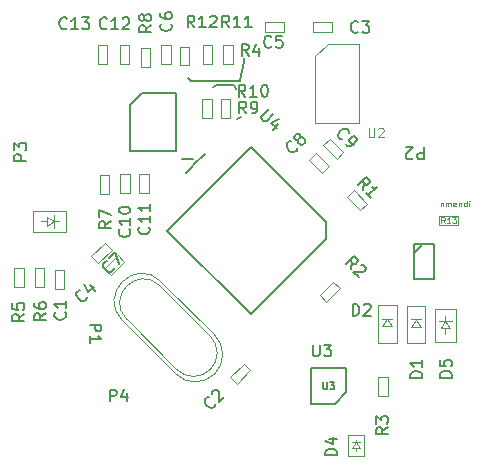
<source format=gbr>
G04 #@! TF.FileFunction,Other,Fab,Top*
%FSLAX46Y46*%
G04 Gerber Fmt 4.6, Leading zero omitted, Abs format (unit mm)*
G04 Created by KiCad (PCBNEW 4.0.4-stable) date 06/04/17 23:31:50*
%MOMM*%
%LPD*%
G01*
G04 APERTURE LIST*
%ADD10C,0.100000*%
%ADD11C,0.200000*%
%ADD12C,0.150000*%
%ADD13C,0.120000*%
%ADD14C,0.075000*%
G04 APERTURE END LIST*
D10*
X49053810Y-174372857D02*
X49053810Y-174706190D01*
X49053810Y-174420476D02*
X49077619Y-174396667D01*
X49125238Y-174372857D01*
X49196667Y-174372857D01*
X49244286Y-174396667D01*
X49268095Y-174444286D01*
X49268095Y-174706190D01*
X49506191Y-174706190D02*
X49506191Y-174372857D01*
X49506191Y-174420476D02*
X49530000Y-174396667D01*
X49577619Y-174372857D01*
X49649048Y-174372857D01*
X49696667Y-174396667D01*
X49720476Y-174444286D01*
X49720476Y-174706190D01*
X49720476Y-174444286D02*
X49744286Y-174396667D01*
X49791905Y-174372857D01*
X49863333Y-174372857D01*
X49910953Y-174396667D01*
X49934762Y-174444286D01*
X49934762Y-174706190D01*
X50363334Y-174682381D02*
X50315715Y-174706190D01*
X50220477Y-174706190D01*
X50172858Y-174682381D01*
X50149048Y-174634762D01*
X50149048Y-174444286D01*
X50172858Y-174396667D01*
X50220477Y-174372857D01*
X50315715Y-174372857D01*
X50363334Y-174396667D01*
X50387143Y-174444286D01*
X50387143Y-174491905D01*
X50149048Y-174539524D01*
X50601429Y-174372857D02*
X50601429Y-174706190D01*
X50601429Y-174420476D02*
X50625238Y-174396667D01*
X50672857Y-174372857D01*
X50744286Y-174372857D01*
X50791905Y-174396667D01*
X50815714Y-174444286D01*
X50815714Y-174706190D01*
X51268095Y-174706190D02*
X51268095Y-174206190D01*
X51268095Y-174682381D02*
X51220476Y-174706190D01*
X51125238Y-174706190D01*
X51077619Y-174682381D01*
X51053810Y-174658571D01*
X51030000Y-174610952D01*
X51030000Y-174468095D01*
X51053810Y-174420476D01*
X51077619Y-174396667D01*
X51125238Y-174372857D01*
X51220476Y-174372857D01*
X51268095Y-174396667D01*
X51506191Y-174706190D02*
X51506191Y-174372857D01*
X51506191Y-174206190D02*
X51482381Y-174230000D01*
X51506191Y-174253810D01*
X51530000Y-174230000D01*
X51506191Y-174206190D01*
X51506191Y-174253810D01*
D11*
X30130000Y-164440000D02*
X29810000Y-164610000D01*
X31570000Y-164440000D02*
X30130000Y-164440000D01*
X31730000Y-164770000D02*
X31570000Y-164440000D01*
X32130000Y-167090000D02*
X31790000Y-167320000D01*
X32400000Y-162440000D02*
X32450000Y-162110000D01*
X27940000Y-164090000D02*
X32040000Y-164080000D01*
X32070000Y-164040000D02*
X32390000Y-162460000D01*
D12*
X47638095Y-169697619D02*
X47638095Y-170697619D01*
X47257142Y-170697619D01*
X47161904Y-170650000D01*
X47114285Y-170602381D01*
X47066666Y-170507143D01*
X47066666Y-170364286D01*
X47114285Y-170269048D01*
X47161904Y-170221429D01*
X47257142Y-170173810D01*
X47638095Y-170173810D01*
X46685714Y-170602381D02*
X46638095Y-170650000D01*
X46542857Y-170697619D01*
X46304761Y-170697619D01*
X46209523Y-170650000D01*
X46161904Y-170602381D01*
X46114285Y-170507143D01*
X46114285Y-170411905D01*
X46161904Y-170269048D01*
X46733333Y-169697619D01*
X46114285Y-169697619D01*
X38238095Y-186402381D02*
X38238095Y-187211905D01*
X38285714Y-187307143D01*
X38333333Y-187354762D01*
X38428571Y-187402381D01*
X38619048Y-187402381D01*
X38714286Y-187354762D01*
X38761905Y-187307143D01*
X38809524Y-187211905D01*
X38809524Y-186402381D01*
X39190476Y-186402381D02*
X39809524Y-186402381D01*
X39476190Y-186783333D01*
X39619048Y-186783333D01*
X39714286Y-186830952D01*
X39761905Y-186878571D01*
X39809524Y-186973810D01*
X39809524Y-187211905D01*
X39761905Y-187307143D01*
X39714286Y-187354762D01*
X39619048Y-187402381D01*
X39333333Y-187402381D01*
X39238095Y-187354762D01*
X39190476Y-187307143D01*
X40302381Y-195788095D02*
X39302381Y-195788095D01*
X39302381Y-195550000D01*
X39350000Y-195407142D01*
X39445238Y-195311904D01*
X39540476Y-195264285D01*
X39730952Y-195216666D01*
X39873810Y-195216666D01*
X40064286Y-195264285D01*
X40159524Y-195311904D01*
X40254762Y-195407142D01*
X40302381Y-195550000D01*
X40302381Y-195788095D01*
X39635714Y-194359523D02*
X40302381Y-194359523D01*
X39254762Y-194597619D02*
X39969048Y-194835714D01*
X39969048Y-194216666D01*
X13972381Y-170838095D02*
X12972381Y-170838095D01*
X12972381Y-170457142D01*
X13020000Y-170361904D01*
X13067619Y-170314285D01*
X13162857Y-170266666D01*
X13305714Y-170266666D01*
X13400952Y-170314285D01*
X13448571Y-170361904D01*
X13496190Y-170457142D01*
X13496190Y-170838095D01*
X12972381Y-169933333D02*
X12972381Y-169314285D01*
X13353333Y-169647619D01*
X13353333Y-169504761D01*
X13400952Y-169409523D01*
X13448571Y-169361904D01*
X13543810Y-169314285D01*
X13781905Y-169314285D01*
X13877143Y-169361904D01*
X13924762Y-169409523D01*
X13972381Y-169504761D01*
X13972381Y-169790476D01*
X13924762Y-169885714D01*
X13877143Y-169933333D01*
X19347619Y-184711905D02*
X20347619Y-184711905D01*
X20347619Y-185092858D01*
X20300000Y-185188096D01*
X20252381Y-185235715D01*
X20157143Y-185283334D01*
X20014286Y-185283334D01*
X19919048Y-185235715D01*
X19871429Y-185188096D01*
X19823810Y-185092858D01*
X19823810Y-184711905D01*
X19347619Y-186235715D02*
X19347619Y-185664286D01*
X19347619Y-185950000D02*
X20347619Y-185950000D01*
X20204762Y-185854762D01*
X20109524Y-185759524D01*
X20061905Y-185664286D01*
X21061905Y-191202381D02*
X21061905Y-190202381D01*
X21442858Y-190202381D01*
X21538096Y-190250000D01*
X21585715Y-190297619D01*
X21633334Y-190392857D01*
X21633334Y-190535714D01*
X21585715Y-190630952D01*
X21538096Y-190678571D01*
X21442858Y-190726190D01*
X21061905Y-190726190D01*
X22490477Y-190535714D02*
X22490477Y-191202381D01*
X22252381Y-190154762D02*
X22014286Y-190869048D01*
X22633334Y-190869048D01*
X50002381Y-189188095D02*
X49002381Y-189188095D01*
X49002381Y-188950000D01*
X49050000Y-188807142D01*
X49145238Y-188711904D01*
X49240476Y-188664285D01*
X49430952Y-188616666D01*
X49573810Y-188616666D01*
X49764286Y-188664285D01*
X49859524Y-188711904D01*
X49954762Y-188807142D01*
X50002381Y-188950000D01*
X50002381Y-189188095D01*
X49002381Y-187711904D02*
X49002381Y-188188095D01*
X49478571Y-188235714D01*
X49430952Y-188188095D01*
X49383333Y-188092857D01*
X49383333Y-187854761D01*
X49430952Y-187759523D01*
X49478571Y-187711904D01*
X49573810Y-187664285D01*
X49811905Y-187664285D01*
X49907143Y-187711904D01*
X49954762Y-187759523D01*
X50002381Y-187854761D01*
X50002381Y-188092857D01*
X49954762Y-188188095D01*
X49907143Y-188235714D01*
X47502381Y-189238095D02*
X46502381Y-189238095D01*
X46502381Y-189000000D01*
X46550000Y-188857142D01*
X46645238Y-188761904D01*
X46740476Y-188714285D01*
X46930952Y-188666666D01*
X47073810Y-188666666D01*
X47264286Y-188714285D01*
X47359524Y-188761904D01*
X47454762Y-188857142D01*
X47502381Y-189000000D01*
X47502381Y-189238095D01*
X47502381Y-187714285D02*
X47502381Y-188285714D01*
X47502381Y-188000000D02*
X46502381Y-188000000D01*
X46645238Y-188095238D01*
X46740476Y-188190476D01*
X46788095Y-188285714D01*
X41611905Y-183952381D02*
X41611905Y-182952381D01*
X41850000Y-182952381D01*
X41992858Y-183000000D01*
X42088096Y-183095238D01*
X42135715Y-183190476D01*
X42183334Y-183380952D01*
X42183334Y-183523810D01*
X42135715Y-183714286D01*
X42088096Y-183809524D01*
X41992858Y-183904762D01*
X41850000Y-183952381D01*
X41611905Y-183952381D01*
X42564286Y-183047619D02*
X42611905Y-183000000D01*
X42707143Y-182952381D01*
X42945239Y-182952381D01*
X43040477Y-183000000D01*
X43088096Y-183047619D01*
X43135715Y-183142857D01*
X43135715Y-183238095D01*
X43088096Y-183380952D01*
X42516667Y-183952381D01*
X43135715Y-183952381D01*
D11*
X27900000Y-164050000D02*
X27675000Y-163825000D01*
X28107640Y-171262040D02*
X27467560Y-171902120D01*
X28072080Y-170695620D02*
X27160220Y-170695620D01*
X28130500Y-171234100D02*
X29075380Y-170289220D01*
D12*
X39361101Y-177470787D02*
X32997140Y-183834748D01*
X32997140Y-183834748D02*
X25926072Y-176763680D01*
X25926072Y-176763680D02*
X32997140Y-169692612D01*
X32997140Y-169692612D02*
X39361101Y-176056573D01*
X39361101Y-176056573D02*
X39361101Y-177470787D01*
D10*
X47380000Y-184245000D02*
X46580000Y-184245000D01*
X46980000Y-184295000D02*
X47380000Y-184895000D01*
X46580000Y-184895000D02*
X46980000Y-184295000D01*
X47380000Y-184895000D02*
X46580000Y-184895000D01*
X46180000Y-186295000D02*
X46180000Y-183095000D01*
X47780000Y-186295000D02*
X46180000Y-186295000D01*
X47780000Y-183095000D02*
X47780000Y-186295000D01*
X46180000Y-183095000D02*
X47780000Y-183095000D01*
X29931424Y-185593378D02*
G75*
G02X26643378Y-188881424I-1644023J-1644023D01*
G01*
X25405942Y-181067895D02*
G75*
G03X22117894Y-184355941I-1644024J-1644023D01*
G01*
X29560194Y-185681767D02*
G75*
G02X26731766Y-188510193I-1414214J-1414213D01*
G01*
X25317552Y-181439125D02*
G75*
G03X22489126Y-184267553I-1414213J-1414214D01*
G01*
X26643378Y-188881424D02*
X22117894Y-184355941D01*
X29931424Y-185593378D02*
X25405941Y-181067894D01*
X26731766Y-188510193D02*
X22489126Y-184267553D01*
X29560193Y-185681766D02*
X25317553Y-181439126D01*
D11*
X47460000Y-177975000D02*
X46860000Y-178575000D01*
X46847500Y-177925000D02*
X48472500Y-177925000D01*
X46847500Y-180825000D02*
X46847500Y-177925000D01*
X48472500Y-180825000D02*
X46847500Y-180825000D01*
X48472500Y-177925000D02*
X48472500Y-180825000D01*
D10*
X49470000Y-185005000D02*
X49470000Y-185505000D01*
X49070000Y-185005000D02*
X49470000Y-184405000D01*
X49870000Y-185005000D02*
X49070000Y-185005000D01*
X49470000Y-184405000D02*
X49870000Y-185005000D01*
X49470000Y-184405000D02*
X48920000Y-184405000D01*
X49470000Y-184405000D02*
X50020000Y-184405000D01*
X49470000Y-184005000D02*
X49470000Y-184405000D01*
X48570000Y-183355000D02*
X50370000Y-183355000D01*
X48570000Y-186155000D02*
X48570000Y-183355000D01*
X50370000Y-186155000D02*
X48570000Y-186155000D01*
X50370000Y-183355000D02*
X50370000Y-186155000D01*
X17176840Y-181678240D02*
X16376840Y-181678240D01*
X17176840Y-180078240D02*
X17176840Y-181678240D01*
X16376840Y-180078240D02*
X17176840Y-180078240D01*
X16376840Y-181678240D02*
X16376840Y-180078240D01*
X31812597Y-189717848D02*
X31246912Y-189152163D01*
X32943968Y-188586477D02*
X31812597Y-189717848D01*
X32378283Y-188020792D02*
X32943968Y-188586477D01*
X31246912Y-189152163D02*
X32378283Y-188020792D01*
X38289000Y-159896000D02*
X38289000Y-159096000D01*
X39889000Y-159896000D02*
X38289000Y-159896000D01*
X39889000Y-159096000D02*
X39889000Y-159896000D01*
X38289000Y-159096000D02*
X39889000Y-159096000D01*
X21707843Y-178851472D02*
X22273528Y-179417157D01*
X20576472Y-179982843D02*
X21707843Y-178851472D01*
X21142157Y-180548528D02*
X20576472Y-179982843D01*
X22273528Y-179417157D02*
X21142157Y-180548528D01*
X34225000Y-159896000D02*
X34225000Y-159096000D01*
X35825000Y-159896000D02*
X34225000Y-159896000D01*
X35825000Y-159096000D02*
X35825000Y-159896000D01*
X34225000Y-159096000D02*
X35825000Y-159096000D01*
X20067157Y-179498528D02*
X19501472Y-178932843D01*
X21198528Y-178367157D02*
X20067157Y-179498528D01*
X20632843Y-177801472D02*
X21198528Y-178367157D01*
X19501472Y-178932843D02*
X20632843Y-177801472D01*
X37919632Y-170733917D02*
X38485317Y-170168232D01*
X39051003Y-171865288D02*
X37919632Y-170733917D01*
X39616688Y-171299603D02*
X39051003Y-171865288D01*
X38485317Y-170168232D02*
X39616688Y-171299603D01*
X39119632Y-169533917D02*
X39685317Y-168968232D01*
X40251003Y-170665288D02*
X39119632Y-169533917D01*
X40816688Y-170099603D02*
X40251003Y-170665288D01*
X39685317Y-168968232D02*
X40816688Y-170099603D01*
X21920000Y-171935000D02*
X22720000Y-171935000D01*
X21920000Y-173535000D02*
X21920000Y-171935000D01*
X22720000Y-173535000D02*
X21920000Y-173535000D01*
X22720000Y-171935000D02*
X22720000Y-173535000D01*
X22675000Y-162675000D02*
X21875000Y-162675000D01*
X22675000Y-161075000D02*
X22675000Y-162675000D01*
X21875000Y-161075000D02*
X22675000Y-161075000D01*
X21875000Y-162675000D02*
X21875000Y-161075000D01*
X20825000Y-162650000D02*
X20025000Y-162650000D01*
X20825000Y-161050000D02*
X20825000Y-162650000D01*
X20025000Y-161050000D02*
X20825000Y-161050000D01*
X20025000Y-162650000D02*
X20025000Y-161050000D01*
X41141472Y-173912157D02*
X41707157Y-173346472D01*
X42272843Y-175043528D02*
X41141472Y-173912157D01*
X42838528Y-174477843D02*
X42272843Y-175043528D01*
X41707157Y-173346472D02*
X42838528Y-174477843D01*
X39385317Y-182765288D02*
X38819632Y-182199603D01*
X40516688Y-181633917D02*
X39385317Y-182765288D01*
X39951003Y-181068232D02*
X40516688Y-181633917D01*
X38819632Y-182199603D02*
X39951003Y-181068232D01*
X44570000Y-190785000D02*
X43770000Y-190785000D01*
X44570000Y-189185000D02*
X44570000Y-190785000D01*
X43770000Y-189185000D02*
X44570000Y-189185000D01*
X43770000Y-190785000D02*
X43770000Y-189185000D01*
X27768160Y-162766760D02*
X26968160Y-162766760D01*
X27768160Y-161166760D02*
X27768160Y-162766760D01*
X26968160Y-161166760D02*
X27768160Y-161166760D01*
X26968160Y-162766760D02*
X26968160Y-161166760D01*
X13746840Y-181518240D02*
X12946840Y-181518240D01*
X13746840Y-179918240D02*
X13746840Y-181518240D01*
X12946840Y-179918240D02*
X13746840Y-179918240D01*
X12946840Y-181518240D02*
X12946840Y-179918240D01*
X14696840Y-179918240D02*
X15496840Y-179918240D01*
X14696840Y-181518240D02*
X14696840Y-179918240D01*
X15496840Y-181518240D02*
X14696840Y-181518240D01*
X15496840Y-179918240D02*
X15496840Y-181518240D01*
X21000000Y-173635000D02*
X20200000Y-173635000D01*
X21000000Y-172035000D02*
X21000000Y-173635000D01*
X20200000Y-172035000D02*
X21000000Y-172035000D01*
X20200000Y-173635000D02*
X20200000Y-172035000D01*
X23668160Y-161266760D02*
X24468160Y-161266760D01*
X23668160Y-162866760D02*
X23668160Y-161266760D01*
X24468160Y-162866760D02*
X23668160Y-162866760D01*
X24468160Y-161266760D02*
X24468160Y-162866760D01*
X29675000Y-167200000D02*
X28875000Y-167200000D01*
X29675000Y-165600000D02*
X29675000Y-167200000D01*
X28875000Y-165600000D02*
X29675000Y-165600000D01*
X28875000Y-167200000D02*
X28875000Y-165600000D01*
X31261000Y-167205560D02*
X30461000Y-167205560D01*
X31261000Y-165605560D02*
X31261000Y-167205560D01*
X30461000Y-165605560D02*
X31261000Y-165605560D01*
X30461000Y-167205560D02*
X30461000Y-165605560D01*
X30668160Y-161016760D02*
X31468160Y-161016760D01*
X30668160Y-162616760D02*
X30668160Y-161016760D01*
X31468160Y-162616760D02*
X30668160Y-162616760D01*
X31468160Y-161016760D02*
X31468160Y-162616760D01*
X29718160Y-162616760D02*
X28918160Y-162616760D01*
X29718160Y-161016760D02*
X29718160Y-162616760D01*
X28918160Y-161016760D02*
X29718160Y-161016760D01*
X28918160Y-162616760D02*
X28918160Y-161016760D01*
D12*
X23774360Y-165136660D02*
X26674360Y-165136660D01*
X26674360Y-165136660D02*
X26674360Y-170036660D01*
X26674360Y-170036660D02*
X22774360Y-170036660D01*
X22774360Y-170036660D02*
X22774360Y-166136660D01*
X22774360Y-166136660D02*
X23774360Y-165136660D01*
D10*
X26218160Y-162616760D02*
X25418160Y-162616760D01*
X26218160Y-161016760D02*
X26218160Y-162616760D01*
X25418160Y-161016760D02*
X26218160Y-161016760D01*
X25418160Y-162616760D02*
X25418160Y-161016760D01*
X23560000Y-171945000D02*
X24360000Y-171945000D01*
X23560000Y-173545000D02*
X23560000Y-171945000D01*
X24360000Y-173545000D02*
X23560000Y-173545000D01*
X24360000Y-171945000D02*
X24360000Y-173545000D01*
X44940000Y-184195000D02*
X44140000Y-184195000D01*
X44540000Y-184245000D02*
X44940000Y-184845000D01*
X44140000Y-184845000D02*
X44540000Y-184245000D01*
X44940000Y-184845000D02*
X44140000Y-184845000D01*
X43740000Y-186245000D02*
X43740000Y-183045000D01*
X45340000Y-186245000D02*
X43740000Y-186245000D01*
X45340000Y-183045000D02*
X45340000Y-186245000D01*
X43740000Y-183045000D02*
X45340000Y-183045000D01*
X15730000Y-175955000D02*
X15230000Y-175955000D01*
X15730000Y-175555000D02*
X16330000Y-175955000D01*
X15730000Y-176355000D02*
X15730000Y-175555000D01*
X16330000Y-175955000D02*
X15730000Y-176355000D01*
X16330000Y-175955000D02*
X16330000Y-175405000D01*
X16330000Y-175955000D02*
X16330000Y-176505000D01*
X16730000Y-175955000D02*
X16330000Y-175955000D01*
X17380000Y-175055000D02*
X17380000Y-176855000D01*
X14580000Y-175055000D02*
X17380000Y-175055000D01*
X14580000Y-176855000D02*
X14580000Y-175055000D01*
X17380000Y-176855000D02*
X14580000Y-176855000D01*
X38452180Y-161971960D02*
X39502180Y-160921960D01*
X38452180Y-161971960D02*
X38452180Y-167621960D01*
X39502180Y-160921960D02*
X42152180Y-160921960D01*
X38452180Y-167621960D02*
X42152180Y-167621960D01*
X42152180Y-160921960D02*
X42152180Y-167621960D01*
X41910000Y-195155000D02*
X41910000Y-195405000D01*
X41560000Y-195155000D02*
X41910000Y-194655000D01*
X42260000Y-195155000D02*
X41560000Y-195155000D01*
X41910000Y-194655000D02*
X42260000Y-195155000D01*
X41910000Y-194655000D02*
X41910000Y-194455000D01*
X42260000Y-194655000D02*
X41560000Y-194655000D01*
X41210000Y-194055000D02*
X42610000Y-194055000D01*
X41210000Y-195855000D02*
X41210000Y-194055000D01*
X42610000Y-195855000D02*
X41210000Y-195855000D01*
X42610000Y-194055000D02*
X42610000Y-195855000D01*
D12*
X40080000Y-191405000D02*
X38080000Y-191405000D01*
X38080000Y-191405000D02*
X38080000Y-188405000D01*
X38080000Y-188405000D02*
X41080000Y-188405000D01*
X41080000Y-188405000D02*
X41080000Y-190405000D01*
X41080000Y-190405000D02*
X40080000Y-191405000D01*
D10*
X48940000Y-176280000D02*
X48940000Y-175480000D01*
X50540000Y-176280000D02*
X48940000Y-176280000D01*
X50540000Y-175480000D02*
X50540000Y-176280000D01*
X48940000Y-175480000D02*
X50540000Y-175480000D01*
D12*
X34498477Y-166464027D02*
X33926057Y-167036447D01*
X33892385Y-167137462D01*
X33892385Y-167204805D01*
X33926057Y-167305820D01*
X34060745Y-167440508D01*
X34161760Y-167474180D01*
X34229103Y-167474180D01*
X34330118Y-167440508D01*
X34902538Y-166868088D01*
X35306600Y-167743553D02*
X34835195Y-168214958D01*
X35407614Y-167305820D02*
X34734179Y-167642538D01*
X35171912Y-168080271D01*
X17257143Y-183666666D02*
X17304762Y-183714285D01*
X17352381Y-183857142D01*
X17352381Y-183952380D01*
X17304762Y-184095238D01*
X17209524Y-184190476D01*
X17114286Y-184238095D01*
X16923810Y-184285714D01*
X16780952Y-184285714D01*
X16590476Y-184238095D01*
X16495238Y-184190476D01*
X16400000Y-184095238D01*
X16352381Y-183952380D01*
X16352381Y-183857142D01*
X16400000Y-183714285D01*
X16447619Y-183666666D01*
X17352381Y-182714285D02*
X17352381Y-183285714D01*
X17352381Y-183000000D02*
X16352381Y-183000000D01*
X16495238Y-183095238D01*
X16590476Y-183190476D01*
X16638095Y-183285714D01*
X29984688Y-191420389D02*
X29984688Y-191487732D01*
X29917344Y-191622419D01*
X29850001Y-191689763D01*
X29715313Y-191757107D01*
X29580626Y-191757107D01*
X29479611Y-191723435D01*
X29311253Y-191622420D01*
X29210237Y-191521404D01*
X29109222Y-191353045D01*
X29075550Y-191252030D01*
X29075550Y-191117343D01*
X29142894Y-190982656D01*
X29210237Y-190915312D01*
X29344924Y-190847969D01*
X29412268Y-190847969D01*
X29681641Y-190578595D02*
X29681641Y-190511252D01*
X29715313Y-190410237D01*
X29883672Y-190241877D01*
X29984688Y-190208206D01*
X30052031Y-190208206D01*
X30153046Y-190241877D01*
X30220390Y-190309221D01*
X30287733Y-190443908D01*
X30287733Y-191252030D01*
X30725466Y-190814297D01*
X42083334Y-159907143D02*
X42035715Y-159954762D01*
X41892858Y-160002381D01*
X41797620Y-160002381D01*
X41654762Y-159954762D01*
X41559524Y-159859524D01*
X41511905Y-159764286D01*
X41464286Y-159573810D01*
X41464286Y-159430952D01*
X41511905Y-159240476D01*
X41559524Y-159145238D01*
X41654762Y-159050000D01*
X41797620Y-159002381D01*
X41892858Y-159002381D01*
X42035715Y-159050000D01*
X42083334Y-159097619D01*
X42416667Y-159002381D02*
X43035715Y-159002381D01*
X42702381Y-159383333D01*
X42845239Y-159383333D01*
X42940477Y-159430952D01*
X42988096Y-159478571D01*
X43035715Y-159573810D01*
X43035715Y-159811905D01*
X42988096Y-159907143D01*
X42940477Y-159954762D01*
X42845239Y-160002381D01*
X42559524Y-160002381D01*
X42464286Y-159954762D01*
X42416667Y-159907143D01*
X19134688Y-182370390D02*
X19134688Y-182437733D01*
X19067344Y-182572420D01*
X19000001Y-182639764D01*
X18865313Y-182707108D01*
X18730626Y-182707108D01*
X18629611Y-182673436D01*
X18461253Y-182572421D01*
X18360237Y-182471405D01*
X18259222Y-182303046D01*
X18225550Y-182202031D01*
X18225550Y-182067344D01*
X18292894Y-181932657D01*
X18360237Y-181865313D01*
X18494924Y-181797970D01*
X18562268Y-181797970D01*
X19336718Y-181360237D02*
X19808123Y-181831642D01*
X18898985Y-181259223D02*
X19235703Y-181932658D01*
X19673436Y-181494925D01*
X34733334Y-161157143D02*
X34685715Y-161204762D01*
X34542858Y-161252381D01*
X34447620Y-161252381D01*
X34304762Y-161204762D01*
X34209524Y-161109524D01*
X34161905Y-161014286D01*
X34114286Y-160823810D01*
X34114286Y-160680952D01*
X34161905Y-160490476D01*
X34209524Y-160395238D01*
X34304762Y-160300000D01*
X34447620Y-160252381D01*
X34542858Y-160252381D01*
X34685715Y-160300000D01*
X34733334Y-160347619D01*
X35638096Y-160252381D02*
X35161905Y-160252381D01*
X35114286Y-160728571D01*
X35161905Y-160680952D01*
X35257143Y-160633333D01*
X35495239Y-160633333D01*
X35590477Y-160680952D01*
X35638096Y-160728571D01*
X35685715Y-160823810D01*
X35685715Y-161061905D01*
X35638096Y-161157143D01*
X35590477Y-161204762D01*
X35495239Y-161252381D01*
X35257143Y-161252381D01*
X35161905Y-161204762D01*
X35114286Y-161157143D01*
X21384688Y-179920389D02*
X21384688Y-179987732D01*
X21317344Y-180122419D01*
X21250001Y-180189763D01*
X21115313Y-180257107D01*
X20980626Y-180257107D01*
X20879611Y-180223435D01*
X20711253Y-180122420D01*
X20610237Y-180021404D01*
X20509222Y-179853045D01*
X20475550Y-179752030D01*
X20475550Y-179617343D01*
X20542894Y-179482656D01*
X20610237Y-179415312D01*
X20744924Y-179347969D01*
X20812268Y-179347969D01*
X20980626Y-179044924D02*
X21452031Y-178573519D01*
X21856092Y-179583672D01*
X36937688Y-169772389D02*
X36937688Y-169839732D01*
X36870344Y-169974419D01*
X36803001Y-170041763D01*
X36668313Y-170109107D01*
X36533626Y-170109107D01*
X36432611Y-170075435D01*
X36264253Y-169974420D01*
X36163237Y-169873404D01*
X36062222Y-169705045D01*
X36028550Y-169604030D01*
X36028550Y-169469343D01*
X36095894Y-169334656D01*
X36163237Y-169267312D01*
X36297924Y-169199969D01*
X36365268Y-169199969D01*
X37005030Y-169031610D02*
X36904015Y-169065282D01*
X36836672Y-169065282D01*
X36735657Y-169031610D01*
X36701985Y-168997939D01*
X36668313Y-168896924D01*
X36668313Y-168829580D01*
X36701985Y-168728565D01*
X36836672Y-168593877D01*
X36937688Y-168560206D01*
X37005031Y-168560206D01*
X37106046Y-168593877D01*
X37139718Y-168627549D01*
X37173390Y-168728564D01*
X37173390Y-168795908D01*
X37139718Y-168896923D01*
X37005030Y-169031610D01*
X36971359Y-169132626D01*
X36971359Y-169199969D01*
X37005031Y-169300985D01*
X37139718Y-169435672D01*
X37240733Y-169469343D01*
X37308076Y-169469343D01*
X37409092Y-169435672D01*
X37543779Y-169300984D01*
X37577451Y-169199969D01*
X37577451Y-169132626D01*
X37543779Y-169031610D01*
X37409092Y-168896924D01*
X37308076Y-168863251D01*
X37240733Y-168863251D01*
X37139718Y-168896923D01*
X40750611Y-169028688D02*
X40683268Y-169028688D01*
X40548581Y-168961344D01*
X40481237Y-168894001D01*
X40413893Y-168759313D01*
X40413893Y-168624626D01*
X40447565Y-168523611D01*
X40548580Y-168355253D01*
X40649596Y-168254237D01*
X40817955Y-168153222D01*
X40918970Y-168119550D01*
X41053657Y-168119550D01*
X41188344Y-168186894D01*
X41255688Y-168254237D01*
X41323031Y-168388924D01*
X41323031Y-168456268D01*
X41019985Y-169432748D02*
X41154672Y-169567435D01*
X41255688Y-169601107D01*
X41323031Y-169601107D01*
X41491390Y-169567436D01*
X41659748Y-169466421D01*
X41929123Y-169197046D01*
X41962794Y-169096031D01*
X41962794Y-169028688D01*
X41929123Y-168927672D01*
X41794435Y-168792985D01*
X41693420Y-168759313D01*
X41626076Y-168759313D01*
X41525061Y-168792985D01*
X41356703Y-168961343D01*
X41323031Y-169062359D01*
X41323030Y-169129703D01*
X41356702Y-169230718D01*
X41491390Y-169365405D01*
X41592405Y-169399077D01*
X41659749Y-169399076D01*
X41760764Y-169365405D01*
X22707143Y-176642857D02*
X22754762Y-176690476D01*
X22802381Y-176833333D01*
X22802381Y-176928571D01*
X22754762Y-177071429D01*
X22659524Y-177166667D01*
X22564286Y-177214286D01*
X22373810Y-177261905D01*
X22230952Y-177261905D01*
X22040476Y-177214286D01*
X21945238Y-177166667D01*
X21850000Y-177071429D01*
X21802381Y-176928571D01*
X21802381Y-176833333D01*
X21850000Y-176690476D01*
X21897619Y-176642857D01*
X22802381Y-175690476D02*
X22802381Y-176261905D01*
X22802381Y-175976191D02*
X21802381Y-175976191D01*
X21945238Y-176071429D01*
X22040476Y-176166667D01*
X22088095Y-176261905D01*
X21802381Y-175071429D02*
X21802381Y-174976190D01*
X21850000Y-174880952D01*
X21897619Y-174833333D01*
X21992857Y-174785714D01*
X22183333Y-174738095D01*
X22421429Y-174738095D01*
X22611905Y-174785714D01*
X22707143Y-174833333D01*
X22754762Y-174880952D01*
X22802381Y-174976190D01*
X22802381Y-175071429D01*
X22754762Y-175166667D01*
X22707143Y-175214286D01*
X22611905Y-175261905D01*
X22421429Y-175309524D01*
X22183333Y-175309524D01*
X21992857Y-175261905D01*
X21897619Y-175214286D01*
X21850000Y-175166667D01*
X21802381Y-175071429D01*
X20807143Y-159607143D02*
X20759524Y-159654762D01*
X20616667Y-159702381D01*
X20521429Y-159702381D01*
X20378571Y-159654762D01*
X20283333Y-159559524D01*
X20235714Y-159464286D01*
X20188095Y-159273810D01*
X20188095Y-159130952D01*
X20235714Y-158940476D01*
X20283333Y-158845238D01*
X20378571Y-158750000D01*
X20521429Y-158702381D01*
X20616667Y-158702381D01*
X20759524Y-158750000D01*
X20807143Y-158797619D01*
X21759524Y-159702381D02*
X21188095Y-159702381D01*
X21473809Y-159702381D02*
X21473809Y-158702381D01*
X21378571Y-158845238D01*
X21283333Y-158940476D01*
X21188095Y-158988095D01*
X22140476Y-158797619D02*
X22188095Y-158750000D01*
X22283333Y-158702381D01*
X22521429Y-158702381D01*
X22616667Y-158750000D01*
X22664286Y-158797619D01*
X22711905Y-158892857D01*
X22711905Y-158988095D01*
X22664286Y-159130952D01*
X22092857Y-159702381D01*
X22711905Y-159702381D01*
X17407143Y-159607143D02*
X17359524Y-159654762D01*
X17216667Y-159702381D01*
X17121429Y-159702381D01*
X16978571Y-159654762D01*
X16883333Y-159559524D01*
X16835714Y-159464286D01*
X16788095Y-159273810D01*
X16788095Y-159130952D01*
X16835714Y-158940476D01*
X16883333Y-158845238D01*
X16978571Y-158750000D01*
X17121429Y-158702381D01*
X17216667Y-158702381D01*
X17359524Y-158750000D01*
X17407143Y-158797619D01*
X18359524Y-159702381D02*
X17788095Y-159702381D01*
X18073809Y-159702381D02*
X18073809Y-158702381D01*
X17978571Y-158845238D01*
X17883333Y-158940476D01*
X17788095Y-158988095D01*
X18692857Y-158702381D02*
X19311905Y-158702381D01*
X18978571Y-159083333D01*
X19121429Y-159083333D01*
X19216667Y-159130952D01*
X19264286Y-159178571D01*
X19311905Y-159273810D01*
X19311905Y-159511905D01*
X19264286Y-159607143D01*
X19216667Y-159654762D01*
X19121429Y-159702381D01*
X18835714Y-159702381D01*
X18740476Y-159654762D01*
X18692857Y-159607143D01*
X42462268Y-173302031D02*
X42563283Y-172729610D01*
X42058206Y-172897970D02*
X42765313Y-172190863D01*
X43034688Y-172460237D01*
X43068359Y-172561253D01*
X43068359Y-172628596D01*
X43034688Y-172729611D01*
X42933672Y-172830626D01*
X42832657Y-172864298D01*
X42765314Y-172864298D01*
X42664299Y-172830626D01*
X42394924Y-172561252D01*
X43135703Y-173975466D02*
X42731641Y-173571405D01*
X42933672Y-173773435D02*
X43640778Y-173066328D01*
X43472420Y-173100000D01*
X43337733Y-173100000D01*
X43236718Y-173066328D01*
X41445268Y-180018031D02*
X41546283Y-179445610D01*
X41041206Y-179613970D02*
X41748313Y-178906863D01*
X42017688Y-179176237D01*
X42051359Y-179277253D01*
X42051359Y-179344596D01*
X42017688Y-179445611D01*
X41916672Y-179546626D01*
X41815657Y-179580298D01*
X41748314Y-179580298D01*
X41647299Y-179546626D01*
X41377924Y-179277252D01*
X42354405Y-179647641D02*
X42421748Y-179647641D01*
X42522763Y-179681313D01*
X42691123Y-179849672D01*
X42724794Y-179950688D01*
X42724794Y-180018031D01*
X42691123Y-180119046D01*
X42623779Y-180186390D01*
X42489092Y-180253733D01*
X41680970Y-180253733D01*
X42118703Y-180691466D01*
X44602381Y-193416666D02*
X44126190Y-193750000D01*
X44602381Y-193988095D02*
X43602381Y-193988095D01*
X43602381Y-193607142D01*
X43650000Y-193511904D01*
X43697619Y-193464285D01*
X43792857Y-193416666D01*
X43935714Y-193416666D01*
X44030952Y-193464285D01*
X44078571Y-193511904D01*
X44126190Y-193607142D01*
X44126190Y-193988095D01*
X43602381Y-193083333D02*
X43602381Y-192464285D01*
X43983333Y-192797619D01*
X43983333Y-192654761D01*
X44030952Y-192559523D01*
X44078571Y-192511904D01*
X44173810Y-192464285D01*
X44411905Y-192464285D01*
X44507143Y-192511904D01*
X44554762Y-192559523D01*
X44602381Y-192654761D01*
X44602381Y-192940476D01*
X44554762Y-193035714D01*
X44507143Y-193083333D01*
X32803334Y-161962381D02*
X32470000Y-161486190D01*
X32231905Y-161962381D02*
X32231905Y-160962381D01*
X32612858Y-160962381D01*
X32708096Y-161010000D01*
X32755715Y-161057619D01*
X32803334Y-161152857D01*
X32803334Y-161295714D01*
X32755715Y-161390952D01*
X32708096Y-161438571D01*
X32612858Y-161486190D01*
X32231905Y-161486190D01*
X33660477Y-161295714D02*
X33660477Y-161962381D01*
X33422381Y-160914762D02*
X33184286Y-161629048D01*
X33803334Y-161629048D01*
X13802381Y-183816666D02*
X13326190Y-184150000D01*
X13802381Y-184388095D02*
X12802381Y-184388095D01*
X12802381Y-184007142D01*
X12850000Y-183911904D01*
X12897619Y-183864285D01*
X12992857Y-183816666D01*
X13135714Y-183816666D01*
X13230952Y-183864285D01*
X13278571Y-183911904D01*
X13326190Y-184007142D01*
X13326190Y-184388095D01*
X12802381Y-182911904D02*
X12802381Y-183388095D01*
X13278571Y-183435714D01*
X13230952Y-183388095D01*
X13183333Y-183292857D01*
X13183333Y-183054761D01*
X13230952Y-182959523D01*
X13278571Y-182911904D01*
X13373810Y-182864285D01*
X13611905Y-182864285D01*
X13707143Y-182911904D01*
X13754762Y-182959523D01*
X13802381Y-183054761D01*
X13802381Y-183292857D01*
X13754762Y-183388095D01*
X13707143Y-183435714D01*
X15652381Y-183766666D02*
X15176190Y-184100000D01*
X15652381Y-184338095D02*
X14652381Y-184338095D01*
X14652381Y-183957142D01*
X14700000Y-183861904D01*
X14747619Y-183814285D01*
X14842857Y-183766666D01*
X14985714Y-183766666D01*
X15080952Y-183814285D01*
X15128571Y-183861904D01*
X15176190Y-183957142D01*
X15176190Y-184338095D01*
X14652381Y-182909523D02*
X14652381Y-183100000D01*
X14700000Y-183195238D01*
X14747619Y-183242857D01*
X14890476Y-183338095D01*
X15080952Y-183385714D01*
X15461905Y-183385714D01*
X15557143Y-183338095D01*
X15604762Y-183290476D01*
X15652381Y-183195238D01*
X15652381Y-183004761D01*
X15604762Y-182909523D01*
X15557143Y-182861904D01*
X15461905Y-182814285D01*
X15223810Y-182814285D01*
X15128571Y-182861904D01*
X15080952Y-182909523D01*
X15033333Y-183004761D01*
X15033333Y-183195238D01*
X15080952Y-183290476D01*
X15128571Y-183338095D01*
X15223810Y-183385714D01*
X21152381Y-175966666D02*
X20676190Y-176300000D01*
X21152381Y-176538095D02*
X20152381Y-176538095D01*
X20152381Y-176157142D01*
X20200000Y-176061904D01*
X20247619Y-176014285D01*
X20342857Y-175966666D01*
X20485714Y-175966666D01*
X20580952Y-176014285D01*
X20628571Y-176061904D01*
X20676190Y-176157142D01*
X20676190Y-176538095D01*
X20152381Y-175633333D02*
X20152381Y-174966666D01*
X21152381Y-175395238D01*
X24552381Y-159366666D02*
X24076190Y-159700000D01*
X24552381Y-159938095D02*
X23552381Y-159938095D01*
X23552381Y-159557142D01*
X23600000Y-159461904D01*
X23647619Y-159414285D01*
X23742857Y-159366666D01*
X23885714Y-159366666D01*
X23980952Y-159414285D01*
X24028571Y-159461904D01*
X24076190Y-159557142D01*
X24076190Y-159938095D01*
X23980952Y-158795238D02*
X23933333Y-158890476D01*
X23885714Y-158938095D01*
X23790476Y-158985714D01*
X23742857Y-158985714D01*
X23647619Y-158938095D01*
X23600000Y-158890476D01*
X23552381Y-158795238D01*
X23552381Y-158604761D01*
X23600000Y-158509523D01*
X23647619Y-158461904D01*
X23742857Y-158414285D01*
X23790476Y-158414285D01*
X23885714Y-158461904D01*
X23933333Y-158509523D01*
X23980952Y-158604761D01*
X23980952Y-158795238D01*
X24028571Y-158890476D01*
X24076190Y-158938095D01*
X24171429Y-158985714D01*
X24361905Y-158985714D01*
X24457143Y-158938095D01*
X24504762Y-158890476D01*
X24552381Y-158795238D01*
X24552381Y-158604761D01*
X24504762Y-158509523D01*
X24457143Y-158461904D01*
X24361905Y-158414285D01*
X24171429Y-158414285D01*
X24076190Y-158461904D01*
X24028571Y-158509523D01*
X23980952Y-158604761D01*
X32603334Y-166832381D02*
X32270000Y-166356190D01*
X32031905Y-166832381D02*
X32031905Y-165832381D01*
X32412858Y-165832381D01*
X32508096Y-165880000D01*
X32555715Y-165927619D01*
X32603334Y-166022857D01*
X32603334Y-166165714D01*
X32555715Y-166260952D01*
X32508096Y-166308571D01*
X32412858Y-166356190D01*
X32031905Y-166356190D01*
X33079524Y-166832381D02*
X33270000Y-166832381D01*
X33365239Y-166784762D01*
X33412858Y-166737143D01*
X33508096Y-166594286D01*
X33555715Y-166403810D01*
X33555715Y-166022857D01*
X33508096Y-165927619D01*
X33460477Y-165880000D01*
X33365239Y-165832381D01*
X33174762Y-165832381D01*
X33079524Y-165880000D01*
X33031905Y-165927619D01*
X32984286Y-166022857D01*
X32984286Y-166260952D01*
X33031905Y-166356190D01*
X33079524Y-166403810D01*
X33174762Y-166451429D01*
X33365239Y-166451429D01*
X33460477Y-166403810D01*
X33508096Y-166356190D01*
X33555715Y-166260952D01*
X32527143Y-165412381D02*
X32193809Y-164936190D01*
X31955714Y-165412381D02*
X31955714Y-164412381D01*
X32336667Y-164412381D01*
X32431905Y-164460000D01*
X32479524Y-164507619D01*
X32527143Y-164602857D01*
X32527143Y-164745714D01*
X32479524Y-164840952D01*
X32431905Y-164888571D01*
X32336667Y-164936190D01*
X31955714Y-164936190D01*
X33479524Y-165412381D02*
X32908095Y-165412381D01*
X33193809Y-165412381D02*
X33193809Y-164412381D01*
X33098571Y-164555238D01*
X33003333Y-164650476D01*
X32908095Y-164698095D01*
X34098571Y-164412381D02*
X34193810Y-164412381D01*
X34289048Y-164460000D01*
X34336667Y-164507619D01*
X34384286Y-164602857D01*
X34431905Y-164793333D01*
X34431905Y-165031429D01*
X34384286Y-165221905D01*
X34336667Y-165317143D01*
X34289048Y-165364762D01*
X34193810Y-165412381D01*
X34098571Y-165412381D01*
X34003333Y-165364762D01*
X33955714Y-165317143D01*
X33908095Y-165221905D01*
X33860476Y-165031429D01*
X33860476Y-164793333D01*
X33908095Y-164602857D01*
X33955714Y-164507619D01*
X34003333Y-164460000D01*
X34098571Y-164412381D01*
X31157143Y-159552381D02*
X30823809Y-159076190D01*
X30585714Y-159552381D02*
X30585714Y-158552381D01*
X30966667Y-158552381D01*
X31061905Y-158600000D01*
X31109524Y-158647619D01*
X31157143Y-158742857D01*
X31157143Y-158885714D01*
X31109524Y-158980952D01*
X31061905Y-159028571D01*
X30966667Y-159076190D01*
X30585714Y-159076190D01*
X32109524Y-159552381D02*
X31538095Y-159552381D01*
X31823809Y-159552381D02*
X31823809Y-158552381D01*
X31728571Y-158695238D01*
X31633333Y-158790476D01*
X31538095Y-158838095D01*
X33061905Y-159552381D02*
X32490476Y-159552381D01*
X32776190Y-159552381D02*
X32776190Y-158552381D01*
X32680952Y-158695238D01*
X32585714Y-158790476D01*
X32490476Y-158838095D01*
X28207143Y-159552381D02*
X27873809Y-159076190D01*
X27635714Y-159552381D02*
X27635714Y-158552381D01*
X28016667Y-158552381D01*
X28111905Y-158600000D01*
X28159524Y-158647619D01*
X28207143Y-158742857D01*
X28207143Y-158885714D01*
X28159524Y-158980952D01*
X28111905Y-159028571D01*
X28016667Y-159076190D01*
X27635714Y-159076190D01*
X29159524Y-159552381D02*
X28588095Y-159552381D01*
X28873809Y-159552381D02*
X28873809Y-158552381D01*
X28778571Y-158695238D01*
X28683333Y-158790476D01*
X28588095Y-158838095D01*
X29540476Y-158647619D02*
X29588095Y-158600000D01*
X29683333Y-158552381D01*
X29921429Y-158552381D01*
X30016667Y-158600000D01*
X30064286Y-158647619D01*
X30111905Y-158742857D01*
X30111905Y-158838095D01*
X30064286Y-158980952D01*
X29492857Y-159552381D01*
X30111905Y-159552381D01*
X26207143Y-159216666D02*
X26254762Y-159264285D01*
X26302381Y-159407142D01*
X26302381Y-159502380D01*
X26254762Y-159645238D01*
X26159524Y-159740476D01*
X26064286Y-159788095D01*
X25873810Y-159835714D01*
X25730952Y-159835714D01*
X25540476Y-159788095D01*
X25445238Y-159740476D01*
X25350000Y-159645238D01*
X25302381Y-159502380D01*
X25302381Y-159407142D01*
X25350000Y-159264285D01*
X25397619Y-159216666D01*
X25302381Y-158359523D02*
X25302381Y-158550000D01*
X25350000Y-158645238D01*
X25397619Y-158692857D01*
X25540476Y-158788095D01*
X25730952Y-158835714D01*
X26111905Y-158835714D01*
X26207143Y-158788095D01*
X26254762Y-158740476D01*
X26302381Y-158645238D01*
X26302381Y-158454761D01*
X26254762Y-158359523D01*
X26207143Y-158311904D01*
X26111905Y-158264285D01*
X25873810Y-158264285D01*
X25778571Y-158311904D01*
X25730952Y-158359523D01*
X25683333Y-158454761D01*
X25683333Y-158645238D01*
X25730952Y-158740476D01*
X25778571Y-158788095D01*
X25873810Y-158835714D01*
X24357143Y-176442857D02*
X24404762Y-176490476D01*
X24452381Y-176633333D01*
X24452381Y-176728571D01*
X24404762Y-176871429D01*
X24309524Y-176966667D01*
X24214286Y-177014286D01*
X24023810Y-177061905D01*
X23880952Y-177061905D01*
X23690476Y-177014286D01*
X23595238Y-176966667D01*
X23500000Y-176871429D01*
X23452381Y-176728571D01*
X23452381Y-176633333D01*
X23500000Y-176490476D01*
X23547619Y-176442857D01*
X24452381Y-175490476D02*
X24452381Y-176061905D01*
X24452381Y-175776191D02*
X23452381Y-175776191D01*
X23595238Y-175871429D01*
X23690476Y-175966667D01*
X23738095Y-176061905D01*
X24452381Y-174538095D02*
X24452381Y-175109524D01*
X24452381Y-174823810D02*
X23452381Y-174823810D01*
X23595238Y-174919048D01*
X23690476Y-175014286D01*
X23738095Y-175109524D01*
D13*
X42990476Y-168061905D02*
X42990476Y-168709524D01*
X43028571Y-168785714D01*
X43066667Y-168823810D01*
X43142857Y-168861905D01*
X43295238Y-168861905D01*
X43371429Y-168823810D01*
X43409524Y-168785714D01*
X43447619Y-168709524D01*
X43447619Y-168061905D01*
X43790476Y-168138095D02*
X43828571Y-168100000D01*
X43904762Y-168061905D01*
X44095238Y-168061905D01*
X44171428Y-168100000D01*
X44209524Y-168138095D01*
X44247619Y-168214286D01*
X44247619Y-168290476D01*
X44209524Y-168404762D01*
X43752381Y-168861905D01*
X44247619Y-168861905D01*
D12*
X39122857Y-189576429D02*
X39122857Y-190062143D01*
X39151429Y-190119286D01*
X39180000Y-190147857D01*
X39237143Y-190176429D01*
X39351429Y-190176429D01*
X39408571Y-190147857D01*
X39437143Y-190119286D01*
X39465714Y-190062143D01*
X39465714Y-189576429D01*
X39694285Y-189576429D02*
X40065714Y-189576429D01*
X39865714Y-189805000D01*
X39951428Y-189805000D01*
X40008571Y-189833571D01*
X40037142Y-189862143D01*
X40065714Y-189919286D01*
X40065714Y-190062143D01*
X40037142Y-190119286D01*
X40008571Y-190147857D01*
X39951428Y-190176429D01*
X39780000Y-190176429D01*
X39722857Y-190147857D01*
X39694285Y-190119286D01*
D14*
X49418572Y-176106190D02*
X49251905Y-175868095D01*
X49132858Y-176106190D02*
X49132858Y-175606190D01*
X49323334Y-175606190D01*
X49370953Y-175630000D01*
X49394762Y-175653810D01*
X49418572Y-175701429D01*
X49418572Y-175772857D01*
X49394762Y-175820476D01*
X49370953Y-175844286D01*
X49323334Y-175868095D01*
X49132858Y-175868095D01*
X49894762Y-176106190D02*
X49609048Y-176106190D01*
X49751905Y-176106190D02*
X49751905Y-175606190D01*
X49704286Y-175677619D01*
X49656667Y-175725238D01*
X49609048Y-175749048D01*
X50061429Y-175606190D02*
X50370952Y-175606190D01*
X50204286Y-175796667D01*
X50275714Y-175796667D01*
X50323333Y-175820476D01*
X50347143Y-175844286D01*
X50370952Y-175891905D01*
X50370952Y-176010952D01*
X50347143Y-176058571D01*
X50323333Y-176082381D01*
X50275714Y-176106190D01*
X50132857Y-176106190D01*
X50085238Y-176082381D01*
X50061429Y-176058571D01*
M02*

</source>
